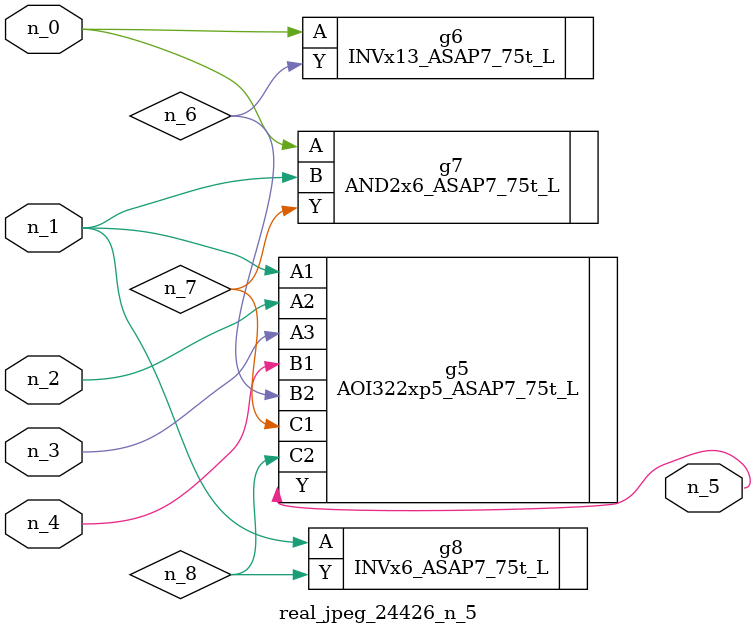
<source format=v>
module real_jpeg_24426_n_5 (n_4, n_0, n_1, n_2, n_3, n_5);

input n_4;
input n_0;
input n_1;
input n_2;
input n_3;

output n_5;

wire n_8;
wire n_6;
wire n_7;

INVx13_ASAP7_75t_L g6 ( 
.A(n_0),
.Y(n_6)
);

AND2x6_ASAP7_75t_L g7 ( 
.A(n_0),
.B(n_1),
.Y(n_7)
);

AOI322xp5_ASAP7_75t_L g5 ( 
.A1(n_1),
.A2(n_2),
.A3(n_3),
.B1(n_4),
.B2(n_6),
.C1(n_7),
.C2(n_8),
.Y(n_5)
);

INVx6_ASAP7_75t_L g8 ( 
.A(n_1),
.Y(n_8)
);


endmodule
</source>
